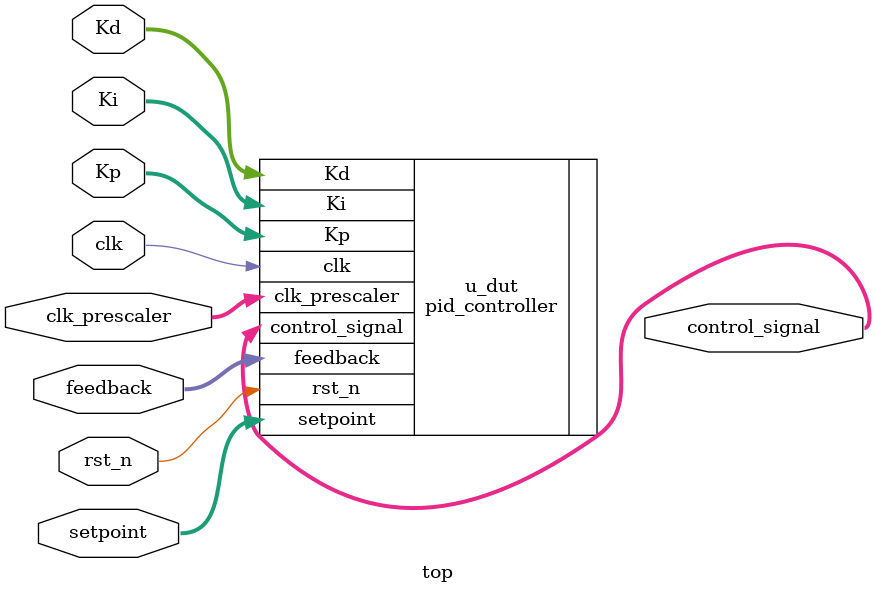
<source format=sv>
`timescale 1ns/1ps

module top (
  input  logic        clk,
  input  logic        rst_n,
  input  logic [15:0] setpoint,
  input  logic [15:0] feedback,
  input  logic [15:0] Kp,
  input  logic [15:0] Ki,
  input  logic [15:0] Kd,
  input  logic [15:0] clk_prescaler,
  output logic [15:0] control_signal
);

  pid_controller u_dut (
    .clk(clk),
    .rst_n(rst_n),
    .setpoint(setpoint),
    .feedback(feedback),
    .Kp(Kp),
    .Ki(Ki),
    .Kd(Kd),
    .clk_prescaler(clk_prescaler),
    .control_signal(control_signal)
  );

endmodule

</source>
